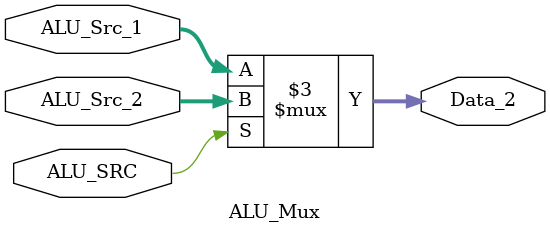
<source format=v>
`timescale 1ns / 1ps


module ALU_Mux(
    input  [31:0] ALU_Src_1,
    input  [31:0] ALU_Src_2,
    input  ALU_SRC,
    output reg [31:0] Data_2
);

    always @(*) begin
        if (ALU_SRC)
            Data_2 = ALU_Src_2;
        else
            Data_2 = ALU_Src_1;
    end

endmodule

</source>
